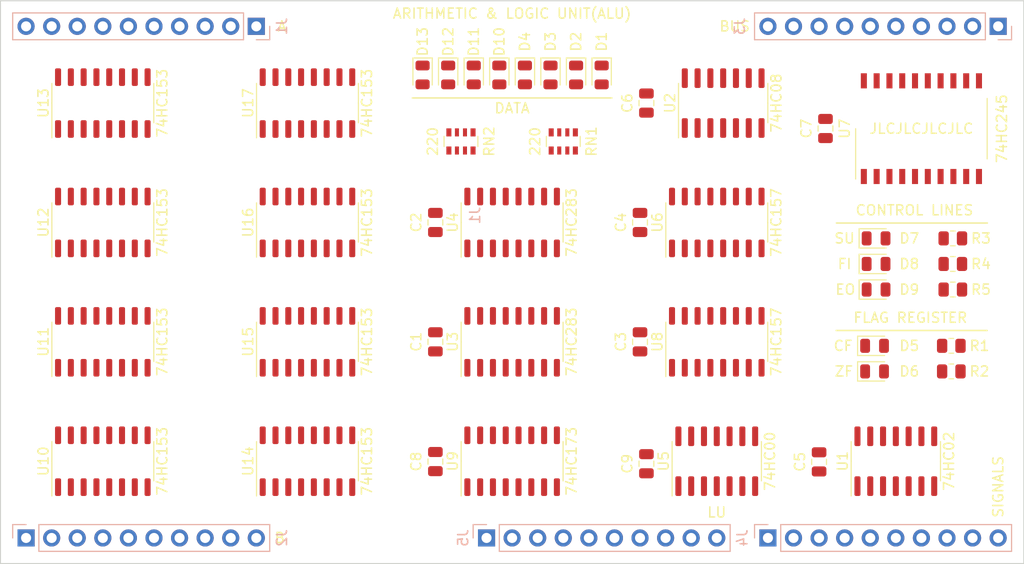
<source format=kicad_pcb>
(kicad_pcb (version 20211014) (generator pcbnew)
  (layers (0 "F.Cu" signal) (31 "B.Cu" signal) (34 "B.Paste" user) (35 "F.Paste" user) (36 "B.SilkS" user "B.Silkscreen") (37 "F.SilkS" user "F.Silkscreen") (38 "B.Mask" user) (39 "F.Mask" user) (44 "Edge.Cuts" user))
  (net 0 "")
  (net 1 "Net-(D1-Pad2)")
  (net 2 "S0")
  (net 3 "Net-(D2-Pad2)")
  (net 4 "S1")
  (net 5 "Net-(D3-Pad2)")
  (net 6 "S2")
  (net 7 "Net-(D4-Pad2)")
  (net 8 "S3")
  (net 9 "Net-(D5-Pad2)")
  (net 10 "S4")
  (net 11 "Net-(D6-Pad2)")
  (net 12 "S5")
  (net 13 "Net-(D7-Pad2)")
  (net 14 "S6")
  (net 15 "Net-(D8-Pad2)")
  (net 16 "S7")
  (net 17 "CF")
  (net 18 "ZF")
  (net 19 "~{FI}")
  (net 20 "~{EO}")
  (net 21 "SU")
  (net 22 "GND")
  (net 23 "A0")
  (net 24 "A1")
  (net 25 "A2")
  (net 26 "A3")
  (net 27 "A4")
  (net 28 "A5")
  (net 29 "A6")
  (net 30 "A7")
  (net 31 "VCC")
  (net 32 "B0")
  (net 33 "B1")
  (net 34 "B2")
  (net 35 "B3")
  (net 36 "B4")
  (net 37 "B5")
  (net 38 "B6")
  (net 39 "B7")
  (net 40 "BUS0")
  (net 41 "BUS1")
  (net 42 "BUS2")
  (net 43 "BUS3")
  (net 44 "BUS4")
  (net 45 "BUS5")
  (net 46 "BUS6")
  (net 47 "BUS7")
  (net 48 "CLR")
  (net 49 "CLK")
  (net 50 "SHR")
  (net 51 "IP0")
  (net 52 "IP1")
  (net 53 "IP2")
  (net 54 "Net-(U2-Pad3)")
  (net 55 "IP3")
  (net 56 "IG0")
  (net 57 "Net-(U2-Pad11)")
  (net 58 "IG1")
  (net 59 "IG2")
  (net 60 "IG3")
  (net 61 "Net-(U1-Pad1)")
  (net 62 "Q0")
  (net 63 "Q1")
  (net 64 "Net-(U1-Pad4)")
  (net 65 "~{CLR}")
  (net 66 "Q2")
  (net 67 "Q3")
  (net 68 "FI")
  (net 69 "EO")
  (net 71 "Q4")
  (net 72 "Q5")
  (net 73 "Net-(U1-Pad10)")
  (net 74 "Q6")
  (net 75 "Net-(D9-Pad2)")
  (net 76 "Net-(D10-Pad2)")
  (net 77 "Net-(D11-Pad2)")
  (net 78 "Net-(D12-Pad2)")
  (net 79 "Net-(D13-Pad2)")
  (net 80 "Q7")
  (net 81 "Net-(U1-Pad13)")
  (net 82 "Net-(U2-Pad10)")
  (net 83 "ZFS")
  (net 84 "CFS")
  (net 85 "~{SHR}")
  (net 86 "G5")
  (net 87 "P5")
  (net 88 "P4")
  (net 89 "G4")
  (net 90 "Net-(U3-Pad7)")
  (net 91 "G7")
  (net 92 "P7")
  (net 93 "P6")
  (net 94 "G6")
  (net 95 "G1")
  (net 96 "P1")
  (net 97 "P0")
  (net 98 "G0")
  (net 99 "G3")
  (net 100 "P3")
  (net 101 "P2")
  (net 102 "G2")
  (footprint "LED_SMD:LED_0805_2012Metric" (layer "F.Cu") (at 107.259308 43.915)
    (fp_text reference "D8" (at 3.302 0) (layer "F.SilkS"))
    (fp_text value "FI" (at -3.1265 0) (layer "F.SilkS"))
    (pad "1" smd roundrect (at -0.9375 0) (size 0.975 1.4) (layers "F.Cu" "F.Paste" "F.Mask") (net 22 "GND"))
    (pad "2" smd roundrect (at 0.9375 0) (size 0.975 1.4) (layers "F.Cu" "F.Paste" "F.Mask") (net 15 "Net-(D8-Pad2)"))
  )
  (footprint "Package_SO:SO-14_3.9x8.65mm_P1.27mm" (layer "F.Cu") (at 91.44 63.5 90)
    (fp_text reference "U5" (at 0 -5.28 90) (layer "F.SilkS"))
    (fp_text value "74HC00" (at 0 5.28 90) (layer "F.SilkS"))
    (pad "1" smd roundrect (at -2.475 -3.81 90) (size 1.95 0.6) (layers "F.Cu" "F.Paste" "F.Mask") (net 68 "FI"))
    (pad "2" smd roundrect (at -2.475 -2.54 90) (size 1.95 0.6) (layers "F.Cu" "F.Paste" "F.Mask") (net 68 "FI"))
    (pad "3" smd roundrect (at -2.475 -1.27 90) (size 1.95 0.6) (layers "F.Cu" "F.Paste" "F.Mask") (net 19 "~{FI}"))
    (pad "4" smd roundrect (at -2.475 0 90) (size 1.95 0.6) (layers "F.Cu" "F.Paste" "F.Mask") (net 65 "~{CLR}"))
    (pad "5" smd roundrect (at -2.475 1.27 90) (size 1.95 0.6) (layers "F.Cu" "F.Paste" "F.Mask") (net 65 "~{CLR}"))
    (pad "6" smd roundrect (at -2.475 2.54 90) (size 1.95 0.6) (layers "F.Cu" "F.Paste" "F.Mask") (net 48 "CLR"))
    (pad "7" smd roundrect (at -2.475 3.81 90) (size 1.95 0.6) (layers "F.Cu" "F.Paste" "F.Mask") (net 22 "GND"))
    (pad "8" smd roundrect (at 2.475 3.81 90) (size 1.95 0.6) (layers "F.Cu" "F.Paste" "F.Mask") (net 20 "~{EO}"))
    (pad "9" smd roundrect (at 2.475 2.54 90) (size 1.95 0.6) (layers "F.Cu" "F.Paste" "F.Mask") (net 69 "EO"))
    (pad "10" smd roundrect (at 2.475 1.27 90) (size 1.95 0.6) (layers "F.Cu" "F.Paste" "F.Mask") (net 69 "EO"))
    (pad "11" smd roundrect (at 2.475 0 90) (size 1.95 0.6) (layers "F.Cu" "F.Paste" "F.Mask") (net 85 "~{SHR}"))
    (pad "12" smd roundrect (at 2.475 -1.27 90) (size 1.95 0.6) (layers "F.Cu" "F.Paste" "F.Mask") (net 50 "SHR"))
    (pad "13" smd roundrect (at 2.475 -2.54 90) (size 1.95 0.6) (layers "F.Cu" "F.Paste" "F.Mask") (net 50 "SHR"))
    (pad "14" smd roundrect (at 2.475 -3.81 90) (size 1.95 0.6) (layers "F.Cu" "F.Paste" "F.Mask") (net 31 "VCC"))
  )
  (footprint "Package_SO:SO-16_3.9x9.9mm_P1.27mm" (layer "F.Cu") (at 71.12 63.5 90)
    (fp_text reference "U9" (at 0 -5.9 90) (layer "F.SilkS"))
    (fp_text value "74HC173" (at 0 5.9 90) (layer "F.SilkS"))
    (pad "1" smd roundrect (at -2.575 -4.445 90) (size 1.75 0.6) (layers "F.Cu" "F.Paste" "F.Mask") (net 22 "GND"))
    (pad "2" smd roundrect (at -2.575 -3.175 90) (size 1.75 0.6) (layers "F.Cu" "F.Paste" "F.Mask") (net 22 "GND"))
    (pad "3" smd roundrect (at -2.575 -1.905 90) (size 1.75 0.6) (layers "F.Cu" "F.Paste" "F.Mask") (net 17 "CF"))
    (pad "4" smd roundrect (at -2.575 -0.635 90) (size 1.75 0.6) (layers "F.Cu" "F.Paste" "F.Mask") (net 18 "ZF"))
    (pad "5" smd roundrect (at -2.575 0.635 90) (size 1.75 0.6) (layers "F.Cu" "F.Paste" "F.Mask"))
    (pad "6" smd roundrect (at -2.575 1.905 90) (size 1.75 0.6) (layers "F.Cu" "F.Paste" "F.Mask"))
    (pad "7" smd roundrect (at -2.575 3.175 90) (size 1.75 0.6) (layers "F.Cu" "F.Paste" "F.Mask") (net 49 "CLK"))
    (pad "8" smd roundrect (at -2.575 4.445 90) (size 1.75 0.6) (layers "F.Cu" "F.Paste" "F.Mask") (net 22 "GND"))
    (pad "9" smd roundrect (at 2.575 4.445 90) (size 1.75 0.6) (layers "F.Cu" "F.Paste" "F.Mask") (net 19 "~{FI}"))
    (pad "10" smd roundrect (at 2.575 3.175 90) (size 1.75 0.6) (layers "F.Cu" "F.Paste" "F.Mask") (net 19 "~{FI}"))
    (pad "11" smd roundrect (at 2.575 1.905 90) (size 1.75 0.6) (layers "F.Cu" "F.Paste" "F.Mask") (net 22 "GND"))
    (pad "12" smd roundrect (at 2.575 0.635 90) (size 1.75 0.6) (layers "F.Cu" "F.Paste" "F.Mask") (net 22 "GND"))
    (pad "13" smd roundrect (at 2.575 -0.635 90) (size 1.75 0.6) (layers "F.Cu" "F.Paste" "F.Mask") (net 83 "ZFS"))
    (pad "14" smd roundrect (at 2.575 -1.905 90) (size 1.75 0.6) (layers "F.Cu" "F.Paste" "F.Mask") (net 57 "Net-(U2-Pad11)"))
    (pad "15" smd roundrect (at 2.575 -3.175 90) (size 1.75 0.6) (layers "F.Cu" "F.Paste" "F.Mask") (net 48 "CLR"))
    (pad "16" smd roundrect (at 2.575 -4.445 90) (size 1.75 0.6) (layers "F.Cu" "F.Paste" "F.Mask") (net 31 "VCC"))
  )
  (footprint "Capacitor_SMD:C_0805_2012Metric" (layer "F.Cu") (at 84.455 27.94 -90)
    (fp_text reference "C6" (at 0 1.905 -270) (layer "F.SilkS"))
    (fp_text value "C")
    (pad "1" smd roundrect (at -0.95 0 270) (size 1 1.45) (layers "F.Cu" "F.Paste" "F.Mask") (net 31 "VCC"))
    (pad "2" smd roundrect (at 0.95 0 270) (size 1 1.45) (layers "F.Cu" "F.Paste" "F.Mask") (net 22 "GND"))
  )
  (footprint "Capacitor_SMD:C_0805_2012Metric" (layer "F.Cu") (at 102.235 30.465 -90)
    (fp_text reference "C7" (at 0 1.905 90) (layer "F.SilkS"))
    (fp_text value "C")
    (pad "1" smd roundrect (at -0.95 0 270) (size 1 1.45) (layers "F.Cu" "F.Paste" "F.Mask") (net 31 "VCC"))
    (pad "2" smd roundrect (at 0.95 0 270) (size 1 1.45) (layers "F.Cu" "F.Paste" "F.Mask") (net 22 "GND"))
  )
  (footprint "LED_SMD:LED_0805_2012Metric" (layer "F.Cu") (at 77.47 25.146 -90)
    (fp_text reference "D2" (at -3.302 0 90) (layer "F.SilkS"))
    (fp_text value "R1")
    (pad "1" smd roundrect (at -0.9375 0 270) (size 0.975 1.4) (layers "F.Cu" "F.Paste" "F.Mask") (net 22 "GND"))
    (pad "2" smd roundrect (at 0.9375 0 270) (size 0.975 1.4) (layers "F.Cu" "F.Paste" "F.Mask") (net 3 "Net-(D2-Pad2)"))
  )
  (footprint "Resistor_SMD:R_0805_2012Metric" (layer "F.Cu") (at 114.728808 54.583 180)
    (fp_text reference "R2" (at -2.794 0) (layer "F.SilkS"))
    (fp_text value "220")
    (pad "1" smd roundrect (at -0.9125 0 180) (size 1.025 1.4) (layers "F.Cu" "F.Paste" "F.Mask") (roundrect_rratio 0.243902439) (net 18 "ZF"))
    (pad "2" smd roundrect (at 0.9125 0 180) (size 1.025 1.4) (layers "F.Cu" "F.Paste" "F.Mask") (roundrect_rratio 0.243902439) (net 11 "Net-(D6-Pad2)"))
  )
  (footprint "Resistor_SMD:R_0805_2012Metric" (layer "F.Cu") (at 114.879308 46.455 180)
    (fp_text reference "R5" (at -2.794 0 180) (layer "F.SilkS"))
    (fp_text value "330")
    (pad "1" smd roundrect (at -0.9125 0 180) (size 1.025 1.4) (layers "F.Cu" "F.Paste" "F.Mask") (roundrect_rratio 0.243902439) (net 69 "EO"))
    (pad "2" smd roundrect (at 0.9125 0 180) (size 1.025 1.4) (layers "F.Cu" "F.Paste" "F.Mask") (roundrect_rratio 0.243902439) (net 75 "Net-(D9-Pad2)"))
  )
  (footprint "Resistor_SMD:R_Array_Convex_4x0603" (layer "F.Cu") (at 66.04 31.75 -90)
    (fp_text reference "RN2" (at 0 -2.8 90) (layer "F.SilkS"))
    (fp_text value "220" (at 0 2.8 90) (layer "F.SilkS"))
    (pad "1" smd rect (at -0.9 -1.2 270) (size 0.8 0.5) (layers "F.Cu" "F.Paste" "F.Mask") (net 76 "Net-(D10-Pad2)"))
    (pad "2" smd rect (at -0.9 -0.4 270) (size 0.8 0.4) (layers "F.Cu" "F.Paste" "F.Mask") (net 77 "Net-(D11-Pad2)"))
    (pad "3" smd rect (at -0.9 0.4 270) (size 0.8 0.4) (layers "F.Cu" "F.Paste" "F.Mask") (net 78 "Net-(D12-Pad2)"))
    (pad "4" smd rect (at -0.9 1.2 270) (size 0.8 0.5) (layers "F.Cu" "F.Paste" "F.Mask") (net 79 "Net-(D13-Pad2)"))
    (pad "5" smd rect (at 0.9 1.2 270) (size 0.8 0.5) (layers "F.Cu" "F.Paste" "F.Mask") (net 16 "S7"))
    (pad "6" smd rect (at 0.9 0.4 270) (size 0.8 0.4) (layers "F.Cu" "F.Paste" "F.Mask") (net 14 "S6"))
    (pad "7" smd rect (at 0.9 -0.4 270) (size 0.8 0.4) (layers "F.Cu" "F.Paste" "F.Mask") (net 12 "S5"))
    (pad "8" smd rect (at 0.9 -1.2 270) (size 0.8 0.5) (layers "F.Cu" "F.Paste" "F.Mask") (net 10 "S4"))
  )
  (footprint "Package_SO:SO-14_3.9x8.65mm_P1.27mm" (layer "F.Cu") (at 109.22 63.5 90)
    (fp_text reference "U1" (at 0 -5.28 90) (layer "F.SilkS"))
    (fp_text value "74HC02" (at 0 5.28 90) (layer "F.SilkS"))
    (pad "1" smd roundrect (at -2.475 -3.81 90) (size 1.95 0.6) (layers "F.Cu" "F.Paste" "F.Mask") (net 61 "Net-(U1-Pad1)"))
    (pad "2" smd roundrect (at -2.475 -2.54 90) (size 1.95 0.6) (layers "F.Cu" "F.Paste" "F.Mask") (net 62 "Q0"))
    (pad "3" smd roundrect (at -2.475 -1.27 90) (size 1.95 0.6) (layers "F.Cu" "F.Paste" "F.Mask") (net 63 "Q1"))
    (pad "4" smd roundrect (at -2.475 0 90) (size 1.95 0.6) (layers "F.Cu" "F.Paste" "F.Mask") (net 64 "Net-(U1-Pad4)"))
    (pad "5" smd roundrect (at -2.475 1.27 90) (size 1.95 0.6) (layers "F.Cu" "F.Paste" "F.Mask") (net 66 "Q2"))
    (pad "6" smd roundrect (at -2.475 2.54 90) (size 1.95 0.6) (layers "F.Cu" "F.Paste" "F.Mask") (net 67 "Q3"))
    (pad "7" smd roundrect (at -2.475 3.81 90) (size 1.95 0.6) (layers "F.Cu" "F.Paste" "F.Mask") (net 22 "GND"))
    (pad "8" smd roundrect (at 2.475 3.81 90) (size 1.95 0.6) (layers "F.Cu" "F.Paste" "F.Mask") (net 71 "Q4"))
    (pad "9" smd roundrect (at 2.475 2.54 90) (size 1.95 0.6) (layers "F.Cu" "F.Paste" "F.Mask") (net 72 "Q5"))
    (pad "10" smd roundrect (at 2.475 1.27 90) (size 1.95 0.6) (layers "F.Cu" "F.Paste" "F.Mask") (net 73 "Net-(U1-Pad10)"))
    (pad "11" smd roundrect (at 2.475 0 90) (size 1.95 0.6) (layers "F.Cu" "F.Paste" "F.Mask") (net 74 "Q6"))
    (pad "12" smd roundrect (at 2.475 -1.27 90) (size 1.95 0.6) (layers "F.Cu" "F.Paste" "F.Mask") (net 80 "Q7"))
    (pad "13" smd roundrect (at 2.475 -2.54 90) (size 1.95 0.6) (layers "F.Cu" "F.Paste" "F.Mask") (net 81 "Net-(U1-Pad13)"))
    (pad "14" smd roundrect (at 2.475 -3.81 90) (size 1.95 0.6) (layers "F.Cu" "F.Paste" "F.Mask") (net 31 "VCC"))
  )
  (footprint "Package_SO:SO-16_3.9x9.9mm_P1.27mm" (layer "F.Cu") (at 30.48 27.94 90)
    (fp_text reference "U13" (at 0 -5.9 90) (layer "F.SilkS"))
    (fp_text value "74HC153" (at 0 5.9 90) (layer "F.SilkS"))
    (pad "1" smd roundrect (at -2.575 -4.445 90) (size 1.75 0.6) (layers "F.Cu" "F.Paste" "F.Mask") (net 22 "GND"))
    (pad "2" smd roundrect (at -2.575 -3.175 90) (size 1.75 0.6) (layers "F.Cu" "F.Paste" "F.Mask") (net 37 "B5"))
    (pad "3" smd roundrect (at -2.575 -1.905 90) (size 1.75 0.6) (layers "F.Cu" "F.Paste" "F.Mask") (net 60 "IG3"))
    (pad "4" smd roundrect (at -2.575 -0.635 90) (size 1.75 0.6) (layers "F.Cu" "F.Paste" "F.Mask") (net 59 "IG2"))
    (pad "5" smd roundrect (at -2.575 0.635 90) (size 1.75 0.6) (layers "F.Cu" "F.Paste" "F.Mask") (net 58 "IG1"))
    (pad "6" smd roundrect (at -2.575 1.905 90) (size 1.75 0.6) (layers "F.Cu" "F.Paste" "F.Mask") (net 56 "IG0"))
    (pad "7" smd roundrect (at -2.575 3.175 90) (size 1.75 0.6) (layers "F.Cu" "F.Paste" "F.Mask") (net 86 "G5"))
    (pad "8" smd roundrect (at -2.575 4.445 90) (size 1.75 0.6) (layers "F.Cu" "F.Paste" "F.Mask") (net 22 "GND"))
    (pad "9" smd roundrect (at 2.575 4.445 90) (size 1.75 0.6) (layers "F.Cu" "F.Paste" "F.Mask") (net 87 "P5"))
    (pad "10" smd roundrect (at 2.575 3.175 90) (size 1.75 0.6) (layers "F.Cu" "F.Paste" "F.Mask") (net 51 "IP0"))
    (pad "11" smd roundrect (at 2.575 1.905 90) (size 1.75 0.6) (layers "F.Cu" "F.Paste" "F.Mask") (net 52 "IP1"))
    (pad "12" smd roundrect (at 2.575 0.635 90) (size 1.75 0.6) (layers "F.Cu" "F.Paste" "F.Mask") (net 53 "IP2"))
    (pad "13" smd roundrect (at 2.575 -0.635 90) (size 1.75 0.6) (layers "F.Cu" "F.Paste" "F.Mask") (net 55 "IP3"))
    (pad "14" smd roundrect (at 2.575 -1.905 90) (size 1.75 0.6) (layers "F.Cu" "F.Paste" "F.Mask") (net 28 "A5"))
    (pad "15" smd roundrect (at 2.575 -3.175 90) (size 1.75 0.6) (layers "F.Cu" "F.Paste" "F.Mask") (net 22 "GND"))
    (pad "16" smd roundrect (at 2.575 -4.445 90) (size 1.75 0.6) (layers "F.Cu" "F.Paste" "F.Mask") (net 31 "VCC"))
  )
  (footprint "Capacitor_SMD:C_0805_2012Metric" (layer "F.Cu") (at 63.5 63.535 -90)
    (fp_text reference "C8" (at 0 1.905 -270) (layer "F.SilkS"))
    (fp_text value "C")
    (pad "1" smd roundrect (at -0.95 0 270) (size 1 1.45) (layers "F.Cu" "F.Paste" "F.Mask") (net 31 "VCC"))
    (pad "2" smd roundrect (at 0.95 0 270) (size 1 1.45) (layers "F.Cu" "F.Paste" "F.Mask") (net 22 "GND"))
  )
  (footprint "Package_SO:SO-16_3.9x9.9mm_P1.27mm" (layer "F.Cu") (at 91.44 39.793333 90)
    (fp_text reference "U6" (at 0 -5.9 90) (layer "F.SilkS"))
    (fp_text value "74HC157" (at 0 5.9 90) (layer "F.SilkS"))
    (pad "1" smd roundrect (at -2.575 -4.445 90) (size 1.75 0.6) (layers "F.Cu" "F.Paste" "F.Mask") (net 85 "~{SHR}"))
    (pad "2" smd roundrect (at -2.575 -3.175 90) (size 1.75 0.6) (layers "F.Cu" "F.Paste" "F.Mask") (net 95 "G1"))
    (pad "3" smd roundrect (at -2.575 -1.905 90) (size 1.75 0.6) (layers "F.Cu" "F.Paste" "F.Mask") (net 2 "S0"))
    (pad "4" smd roundrect (at -2.575 -0.635 90) (size 1.75 0.6) (layers "F.Cu" "F.Paste" "F.Mask") (net 62 "Q0"))
    (pad "5" smd roundrect (at -2.575 0.635 90) (size 1.75 0.6) (layers "F.Cu" "F.Paste" "F.Mask") (net 102 "G2"))
    (pad "6" smd roundrect (at -2.575 1.905 90) (size 1.75 0.6) (layers "F.Cu" "F.Paste" "F.Mask") (net 4 "S1"))
    (pad "7" smd roundrect (at -2.575 3.175 90) (size 1.75 0.6) (layers "F.Cu" "F.Paste" "F.Mask") (net 63 "Q1"))
    (pad "8" smd roundrect (at -2.575 4.445 90) (size 1.75 0.6) (layers "F.Cu" "F.Paste" "F.Mask") (net 22 "GND"))
    (pad "9" smd roundrect (at 2.575 4.445 90) (size 1.75 0.6) (layers "F.Cu" "F.Paste" "F.Mask") (net 66 "Q2"))
    (pad "10" smd roundrect (at 2.575 3.175 90) (size 1.75 0.6) (layers "F.Cu" "F.Paste" "F.Mask") (net 6 "S2"))
    (pad "11" smd roundrect (at 2.575 1.905 90) (size 1.75 0.6) (layers "F.Cu" "F.Paste" "F.Mask") (net 99 "G3"))
    (pad "12" smd roundrect (at 2.575 0.635 90) (size 1.75 0.6) (layers "F.Cu" "F.Paste" "F.Mask") (net 67 "Q3"))
    (pad "13" smd roundrect (at 2.575 -0.635 90) (size 1.75 0.6) (layers "F.Cu" "F.Paste" "F.Mask") (net 8 "S3"))
    (pad "14" smd roundrect (at 2.575 -1.905 90) (size 1.75 0.6) (layers "F.Cu" "F.Paste" "F.Mask") (net 89 "G4"))
    (pad "15" smd roundrect (at 2.575 -3.175 90) (size 1.75 0.6) (layers "F.Cu" "F.Paste" "F.Mask") (net 22 "GND"))
    (pad "16" smd roundrect (at 2.575 -4.445 90) (size 1.75 0.6) (layers "F.Cu" "F.Paste" "F.Mask") (net 31 "VCC"))
  )
  (footprint "Capacitor_SMD:C_0805_2012Metric" (layer "F.Cu") (at 84.455 63.75 -90)
    (fp_text reference "C9" (at 0 1.905 -270) (layer "F.SilkS"))
    (fp_text value "C")
    (pad "1" smd roundrect (at -0.95 0 270) (size 1 1.45) (layers "F.Cu" "F.Paste" "F.Mask") (net 31 "VCC"))
    (pad "2" smd roundrect (at 0.95 0 270) (size 1 1.45) (layers "F.Cu" "F.Paste" "F.Mask") (net 22 "GND"))
  )
  (footprint "Package_SO:SO-16_3.9x9.9mm_P1.27mm" (layer "F.Cu") (at 71.12 39.793333 90)
    (fp_text reference "U4" (at 0 -5.9 90) (layer "F.SilkS"))
    (fp_text value "74HC283" (at 0 5.9 90) (layer "F.SilkS"))
    (pad "1" smd roundrect (at -2.575 -4.445 90) (size 1.75 0.6) (layers "F.Cu" "F.Paste" "F.Mask") (net 4 "S1"))
    (pad "2" smd roundrect (at -2.575 -3.175 90) (size 1.75 0.6) (layers "F.Cu" "F.Paste" "F.Mask") (net 95 "G1"))
    (pad "3" smd roundrect (at -2.575 -1.905 90) (size 1.75 0.6) (layers "F.Cu" "F.Paste" "F.Mask") (net 96 "P1"))
    (pad "4" smd roundrect (at -2.575 -0.635 90) (size 1.75 0.6) (layers "F.Cu" "F.Paste" "F.Mask") (net 2 "S0"))
    (pad "5" smd roundrect (at -2.575 0.635 90) (size 1.75 0.6) (layers "F.Cu" "F.Paste" "F.Mask") (net 97 "P0"))
    (pad "6" smd roundrect (at -2.575 1.905 90) (size 1.75 0.6) (layers "F.Cu" "F.Paste" "F.Mask") (net 98 "G0"))
    (pad "7" smd roundrect (at -2.575 3.175 90) (size 1.75 0.6) (layers "F.Cu" "F.Paste" "F.Mask") (net 21 "SU"))
    (pad "8" smd roundrect (at -2.575 4.445 90) (size 1.75 0.6) (layers "F.Cu" "F.Paste" "F.Mask") (net 22 "GND"))
    (pad "9" smd roundrect (at 2.575 4.445 90) (size 1.75 0.6) (layers "F.Cu" "F.Paste" "F.Mask") (net 90 "Net-(U3-Pad7)"))
    (pad "10" smd roundrect (at 2.575 3.175 90) (size 1.75 0.6) (layers "F.Cu" "F.Paste" "F.Mask") (net 8 "S3"))
    (pad "11" smd roundrect (at 2.575 1.905 90) (size 1.75 0.6) (layers "F.Cu" "F.Paste" "F.Mask") (net 99 "G3"))
    (pad "12" smd roundrect (at 2.575 0.635 90) (size 1.75 0.6) (layers "F.Cu" "F.Paste" "F.Mask") (net 100 "P3"))
    (pad "13" smd roundrect (at 2.575 -0.635 90) (size 1.75 0.6) (layers "F.Cu" "F.Paste" "F.Mask") (net 6 "S2"))
    (pad "14" smd roundrect (at 2.575 -1.905 90) (size 1.75 0.6) (layers "F.Cu" "F.Paste" "F.Mask") (net 101 "P2"))
    (pad "15" smd roundrect (at 2.575 -3.175 90) (size 1.75 0.6) (layers "F.Cu" "F.Paste" "F.Mask") (net 102 "G2"))
    (pad "16" smd roundrect (at 2.575 -4.445 90) (size 1.75 0.6) (layers "F.Cu" "F.Paste" "F.Mask") (net 31 "VCC"))
  )
  (footprint "LED_SMD:LED_0805_2012Metric" (layer "F.Cu") (at 64.77 25.146 -90)
    (fp_text reference "D12" (at -3.302 0 90) (layer "F.SilkS"))
    (fp_text value "R6")
    (pad "1" smd roundrect (at -0.9375 0 270) (size 0.975 1.4) (layers "F.Cu" "F.Paste" "F.Mask") (net 22 "GND"))
    (pad "2" smd roundrect (at 0.9375 0 270) (size 0.975 1.4) (layers "F.Cu" "F.Paste" "F.Mask") (net 78 "Net-(D12-Pad2)"))
  )
  (footprint "LED_SMD:LED_0805_2012Metric" (layer "F.Cu") (at 72.39 25.146 -90)
    (fp_text reference "D4" (at -3.302 0 90) (layer "F.SilkS"))
    (fp_text value "R3")
    (pad "1" smd roundrect (at -0.9375 0 270) (size 0.975 1.4) (layers "F.Cu" "F.Paste" "F.Mask") (net 22 "GND"))
    (pad "2" smd roundrect (at 0.9375 0 270) (size 0.975 1.4) (layers "F.Cu" "F.Paste" "F.Mask") (net 7 "Net-(D4-Pad2)"))
  )
  (footprint "Capacitor_SMD:C_0805_2012Metric" (layer "F.Cu") (at 83.82 39.793333 -90)
    (fp_text reference "C4" (at 0 1.905 -270) (layer "F.SilkS"))
    (fp_text value "C")
    (pad "1" smd roundrect (at -0.95 0 270) (size 1 1.45) (layers "F.Cu" "F.Paste" "F.Mask") (net 31 "VCC"))
    (pad "2" smd roundrect (at 0.95 0 270) (size 1 1.45) (layers "F.Cu" "F.Paste" "F.Mask") (net 22 "GND"))
  )
  (footprint "Package_SO:SO-16_3.9x9.9mm_P1.27mm" (layer "F.Cu") (at 30.48 39.793333 90)
    (fp_text reference "U12" (at 0 -5.9 90) (layer "F.SilkS"))
    (fp_text value "74HC153" (at 0 5.9 90) (layer "F.SilkS"))
    (pad "1" smd roundrect (at -2.575 -4.445 90) (size 1.75 0.6) (layers "F.Cu" "F.Paste" "F.Mask") (net 22 "GND"))
    (pad "2" smd roundrect (at -2.575 -3.175 90) (size 1.75 0.6) (layers "F.Cu" "F.Paste" "F.Mask") (net 33 "B1"))
    (pad "3" smd roundrect (at -2.575 -1.905 90) (size 1.75 0.6) (layers "F.Cu" "F.Paste" "F.Mask") (net 60 "IG3"))
    (pad "4" smd roundrect (at -2.575 -0.635 90) (size 1.75 0.6) (layers "F.Cu" "F.Paste" "F.Mask") (net 59 "IG2"))
    (pad "5" smd roundrect (at -2.575 0.635 90) (size 1.75 0.6) (layers "F.Cu" "F.Paste" "F.Mask") (net 58 "IG1"))
    (pad "6" smd roundrect (at -2.575 1.905 90) (size 1.75 0.6) (layers "F.Cu" "F.Paste" "F.Mask") (net 56 "IG0"))
    (pad "7" smd roundrect (at -2.575 3.175 90) (size 1.75 0.6) (layers "F.Cu" "F.Paste" "F.Mask") (net 95 "G1"))
    (pad "8" smd roundrect (at -2.575 4.445 90) (size 1.75 0.6) (layers "F.Cu" "F.Paste" "F.Mask") (net 22 "GND"))
    (pad "9" smd roundrect (at 2.575 4.445 90) (size 1.75 0.6) (layers "F.Cu" "F.Paste" "F.Mask") (net 96 "P1"))
    (pad "10" smd roundrect (at 2.575 3.175 90) (size 1.75 0.6) (layers "F.Cu" "F.Paste" "F.Mask") (net 51 "IP0"))
    (pad "11" smd roundrect (at 2.575 1.905 90) (size 1.75 0.6) (layers "F.Cu" "F.Paste" "F.Mask") (net 52 "IP1"))
    (pad "12" smd roundrect (at 2.575 0.635 90) (size 1.75 0.6) (layers "F.Cu" "F.Paste" "F.Mask") (net 53 "IP2"))
    (pad "13" smd roundrect (at 2.575 -0.635 90) (size 1.75 0.6) (layers "F.Cu" "F.Paste" "F.Mask") (net 55 "IP3"))
    (pad "14" smd roundrect (at 2.575 -1.905 90) (size 1.75 0.6) (layers "F.Cu" "F.Paste" "F.Mask") (net 24 "A1"))
    (pad "15" smd roundrect (at 2.575 -3.175 90) (size 1.75 0.6) (layers "F.Cu" "F.Paste" "F.Mask") (net 22 "GND"))
    (pad "16" smd roundrect (at 2.575 -4.445 90) (size 1.75 0.6) (layers "F.Cu" "F.Paste" "F.Mask") (net 31 "VCC"))
  )
  (footprint "Package_SO:SO-16_3.9x9.9mm_P1.27mm" (layer "F.Cu") (at 50.8 27.94 90)
    (fp_text reference "U17" (at 0 -5.9 90) (layer "F.SilkS"))
    (fp_text value "74HC153" (at 0 5.9 90) (layer "F.SilkS"))
    (pad "1" smd roundrect (at -2.575 -4.445 90) (size 1.75 0.6) (layers "F.Cu" "F.Paste" "F.Mask") (net 22 "GND"))
    (pad "2" smd roundrect (at -2.575 -3.175 90) (size 1.75 0.6) (layers "F.Cu" "F.Paste" "F.Mask") (net 39 "B7"))
    (pad "3" smd roundrect (at -2.575 -1.905 90) (size 1.75 0.6) (layers "F.Cu" "F.Paste" "F.Mask") (net 60 "IG3"))
    (pad "4" smd roundrect (at -2.575 -0.635 90) (size 1.75 0.6) (layers "F.Cu" "F.Paste" "F.Mask") (net 59 "IG2"))
    (pad "5" smd roundrect (at -2.575 0.635 90) (size 1.75 0.6) (layers "F.Cu" "F.Paste" "F.Mask") (net 58 "IG1"))
    (pad "6" smd roundrect (at -2.575 1.905 90) (size 1.75 0.6) (layers "F.Cu" "F.Paste" "F.Mask") (net 56 "IG0"))
    (pad "7" smd roundrect (at -2.575 3.175 90) (size 1.75 0.6) (layers "F.Cu" "F.Paste" "F.Mask") (net 91 "G7"))
    (pad "8" smd roundrect (at -2.575 4.445 90) (size 1.75 0.6) (layers "F.Cu" "F.Paste" "F.Mask") (net 22 "GND"))
    (pad "9" smd roundrect (at 2.575 4.445 90) (size 1.75 0.6) (layers "F.Cu" "F.Paste" "F.Mask") (net 92 "P7"))
    (pad "10" smd roundrect (at 2.575 3.175 90) (size 1.75 0.6) (layers "F.Cu" "F.Paste" "F.Mask") (net 51 "IP0"))
    (pad "11" smd roundrect (at 2.575 1.905 90) (size 1.75 0.6) (layers "F.Cu" "F.Paste" "F.Mask") (net 52 "IP1"))
    (pad "12" smd roundrect (at 2.575 0.635 90) (size 1.75 0.6) (layers "F.Cu" "F.Paste" "F.Mask") (net 53 "IP2"))
    (pad "13" smd roundrect (at 2.575 -0.635 90) (size 1.75 0.6) (layers "F.Cu" "F.Paste" "F.Mask") (net 55 "IP3"))
    (pad "14" smd roundrect (at 2.575 -1.905 90) (size 1.75 0.6) (layers "F.Cu" "F.Paste" "F.Mask") (net 30 "A7"))
    (pad "15" smd roundrect (at 2.575 -3.175 90) (size 1.75 0.6) (layers "F.Cu" "F.Paste" "F.Mask") (net 22 "GND"))
    (pad "16" smd roundrect (at 2.575 -4.445 90) (size 1.75 0.6) (layers "F.Cu" "F.Paste" "F.Mask") (net 31 "VCC"))
  )
  (footprint "Resistor_SMD:R_0805_2012Metric" (layer "F.Cu") (at 114.728808 52.043 180)
    (fp_text reference "R1" (at -2.794 0) (layer "F.SilkS"))
    (fp_text value "220")
    (pad "1" smd roundrect (at -0.9125 0 180) (size 1.025 1.4) (layers "F.Cu" "F.Paste" "F.Mask") (roundrect_rratio 0.243902439) (net 17 "CF"))
    (pad "2" smd roundrect (at 0.9125 0 180) (size 1.025 1.4) (layers "F.Cu" "F.Paste" "F.Mask") (roundrect_rratio 0.243902439) (net 9 "Net-(D5-Pad2)"))
  )
  (footprint "LED_SMD:LED_0805_2012Metric" (layer "F.Cu") (at 107.259308 41.375)
    (fp_text reference "D7" (at 3.302 0 180) (layer "F.SilkS"))
    (fp_text value "SU" (at -3.1265 0) (layer "F.SilkS"))
    (pad "1" smd roundrect (at -0.9375 0) (size 0.975 1.4) (layers "F.Cu" "F.Paste" "F.Mask") (net 22 "GND"))
    (pad "2" smd roundrect (at 0.9375 0) (size 0.975 1.4) (layers "F.Cu" "F.Paste" "F.Mask") (net 13 "Net-(D7-Pad2)"))
  )
  (footprint "Package_SO:SO-16_3.9x9.9mm_P1.27mm" (layer "F.Cu") (at 30.48 51.646666 90)
    (fp_text reference "U11" (at 0 -5.9 90) (layer "F.SilkS"))
    (fp_text value "74HC153" (at 0 5.9 90) (layer "F.SilkS"))
    (pad "1" smd roundrect (at -2.575 -4.445 90) (size 1.75 0.6) (layers "F.Cu" "F.Paste" "F.Mask") (net 22 "GND"))
    (pad "2" smd roundrect (at -2.575 -3.175 90) (size 1.75 0.6) (layers "F.Cu" "F.Paste" "F.Mask") (net 36 "B4"))
    (pad "3" smd roundrect (at -2.575 -1.905 90) (size 1.75 0.6) (layers "F.Cu" "F.Paste" "F.Mask") (net 60 "IG3"))
    (pad "4" smd roundrect (at -2.575 -0.635 90) (size 1.75 0.6) (layers "F.Cu" "F.Paste" "F.Mask") (net 59 "IG2"))
    (pad "5" smd roundrect (at -2.575 0.635 90) (size 1.75 0.6) (layers "F.Cu" "F.Paste" "F.Mask") (net 58 "IG1"))
    (pad "6" smd roundrect (at -2.575 1.905 90) (size 1.75 0.6) (layers "F.Cu" "F.Paste" "F.Mask") (net 56 "IG0"))
    (pad "7" smd roundrect (at -2.575 3.175 90) (size 1.75 0.6) (layers "F.Cu" "F.Paste" "F.Mask") (net 89 "G4"))
    (pad "8" smd roundrect (at -2.575 4.445 90) (size 1.75 0.6) (layers "F.Cu" "F.Paste" "F.Mask") (net 22 "GND"))
    (pad "9" smd roundrect (at 2.575 4.445 90) (size 1.75 0.6) (layers "F.Cu" "F.Paste" "F.Mask") (net 88 "P4"))
    (pad "10" smd roundrect (at 2.575 3.175 90) (size 1.75 0.6) (layers "F.Cu" "F.Paste" "F.Mask") (net 51 "IP0"))
    (pad "11" smd roundrect (at 2.575 1.905 90) (size 1.75 0.6) (layers "F.Cu" "F.Paste" "F.Mask") (net 52 "IP1"))
    (pad "12" smd roundrect (at 2.575 0.635 90) (size 1.75 0.6) (layers "F.Cu" "F.Paste" "F.Mask") (net 53 "IP2"))
    (pad "13" smd roundrect (at 2.575 -0.635 90) (size 1.75 0.6) (layers "F.Cu" "F.Paste" "F.Mask") (net 55 "IP3"))
    (pad "14" smd roundrect (at 2.575 -1.905 90) (size 1.75 0.6) (layers "F.Cu" "F.Paste" "F.Mask") (net 27 "A4"))
    (pad "15" smd roundrect (at 2.575 -3.175 90) (size 1.75 0.6) (layers "F.Cu" "F.Paste" "F.Mask") (net 22 "GND"))
    (pad "16" smd roundrect (at 2.575 -4.445 90) (size 1.75 0.6) (layers "F.Cu" "F.Paste" "F.Mask") (net 31 "VCC"))
  )
  (footprint "Package_SO:SO-14_3.9x8.65mm_P1.27mm" (layer "F.Cu") (at 92.075 27.94 90)
    (fp_text reference "U2" (at 0 -5.28 90) (layer "F.SilkS"))
    (fp_text value "74HC08" (at 0 5.28 90) (layer "F.SilkS"))
    (pad "1" smd roundrect (at -2.475 -3.81 90) (size 1.95 0.6) (layers "F.Cu" "F.Paste" "F.Mask") (net 61 "Net-(U1-Pad1)"))
    (pad "2" smd roundrect (at -2.475 -2.54 90) (size 1.95 0.6) (layers "F.Cu" "F.Paste" "F.Mask") (net 64 "Net-(U1-Pad4)"))
    (pad "3" smd roundrect (at -2.475 -1.27 90) (size 1.95 0.6) (layers "F.Cu" "F.Paste" "F.Mask") (net 54 "Net-(U2-Pad3)"))
    (pad "4" smd roundrect (at -2.475 0 90) (size 1.95 0.6) (layers "F.Cu" "F.Paste" "F.Mask") (net 73 "Net-(U1-Pad10)"))
    (pad "5" smd roundrect (at -2.475 1.27 90) (size 1.95 0.6) (layers "F.Cu" "F.Paste" "F.Mask") (net 81 "Net-(U1-Pad13)"))
    (pad "6" smd roundrect (at -2.475 2.54 90) (size 1.95 0.6) (layers "F.Cu" "F.Paste" "F.Mask") (net 82 "Net-(U2-Pad10)"))
    (pad "7" smd roundrect (at -2.475 3.81 90) (size 1.95 0.6) (layers "F.Cu" "F.Paste" "F.Mask") (net 22 "GND"))
    (pad "8" smd roundrect (at 2.475 3.81 90) (size 1.95 0.6) (layers "F.Cu" "F.Paste" "F.Mask") (net 83 "ZFS"))
    (pad "9" smd roundrect (at 2.475 2.54 90) (size 1.95 0.6) (layers "F.Cu" "F.Paste" "F.Mask") (net 54 "Net-(U2-Pad3)"))
    (pad "10" smd roundrect (at 2.475 1.27 90) (size 1.95 0.6) (layers "F.Cu" "F.Paste" "F.Mask") (net 82 "Net-(U2-Pad10)"))
    (pad "11" smd roundrect (at 2.475 0 90) (size 1.95 0.6) (layers "F.Cu" "F.Paste" "F.Mask") (net 57 "Net-(U2-Pad11)"))
    (pad "12" smd roundrect (at 2.475 -1.27 90) (size 1.95 0.6) (layers "F.Cu" "F.Paste" "F.Mask") (net 84 "CFS"))
    (pad "13" smd roundrect (at 2.475 -2.54 90) (size 1.95 0.6) (layers "F.Cu" "F.Paste" "F.Mask") (net 85 "~{SHR}"))
    (pad "14" smd roundrect (at 2.475 -3.81 90) (size 1.95 0.6) (layers "F.Cu" "F.Paste" "F.Mask") (net 31 "VCC"))
  )
  (footprint "Capacitor_SMD:C_0805_2012Metric" (layer "F.Cu") (at 83.82 51.646666 -90)
    (fp_text reference "C3" (at 0 1.905 -270) (layer "F.SilkS"))
    (fp_text value "C")
    (pad "1" smd roundrect (at -0.95 0 270) (size 1 1.45) (layers "F.Cu" "F.Paste" "F.Mask") (net 31 "VCC"))
    (pad "2" smd roundrect (at 0.95 0 270) (size 1 1.45) (layers "F.Cu" "F.Paste" "F.Mask") (net 22 "GND"))
  )
  (footprint "LED_SMD:LED_0805_2012Metric" (layer "F.Cu") (at 74.93 25.146 -90)
    (fp_text reference "D3" (at -3.302 0 90) (layer "F.SilkS"))
    (fp_text value "R2")
    (pad "1" smd roundrect (at -0.9375 0 270) (size 0.975 1.4) (layers "F.Cu" "F.Paste" "F.Mask") (net 22 "GND"))
    (pad "2" smd roundrect (at 0.9375 0 270) (size 0.975 1.4) (layers "F.Cu" "F.Paste" "F.Mask") (net 5 "Net-(D3-Pad2)"))
  )
  (footprint "Package_SO:SO-16_3.9x9.9mm_P1.27mm" (layer "F.Cu") (at 30.48 63.5 90)
    (fp_text reference "U10" (at 0 -5.9 90) (layer "F.SilkS"))
    (fp_text value "74HC153" (at 0 5.9 90) (layer "F.SilkS"))
    (pad "1" smd roundrect (at -2.575 -4.445 90) (size 1.75 0.6) (layers "F.Cu" "F.Paste" "F.Mask") (net 22 "GND"))
    (pad "2" smd roundrect (at -2.575 -3.175 90) (size 1.75 0.6) (layers "F.Cu" "F.Paste" "F.Mask") (net 32 "B0"))
    (pad "3" smd roundrect (at -2.575 -1.905 90) (size 1.75 0.6) (layers "F.Cu" "F.Paste" "F.Mask") (net 60 "IG3"))
    (pad "4" smd roundrect (at -2.575 -0.635 90) (size 1.75 0.6) (layers "F.Cu" "F.Paste" "F.Mask") (net 59 "IG2"))
    (pad "5" smd roundrect (at -2.575 0.635 90) (size 1.75 0.6) (layers "F.Cu" "F.Paste" "F.Mask") (net 58 "IG1"))
    (pad "6" smd roundrect (at -2.575 1.905 90) (size 1.75 0.6) (layers "F.Cu" "F.Paste" "F.Mask") (net 56 "IG0"))
    (pad "7" smd roundrect (at -2.575 3.175 90) (size 1.75 0.6) (layers "F.Cu" "F.Paste" "F.Mask") (net 98 "G0"))
    (pad "8" smd roundrect (at -2.575 4.445 90) (size 1.75 0.6) (layers "F.Cu" "F.Paste" "F.Mask") (net 22 "GND"))
    (pad "9" smd roundrect (at 2.575 4.445 90) (size 1.75 0.6) (layers "F.Cu" "F.Paste" "F.Mask") (net 97 "P0"))
    (pad "10" smd roundrect (at 2.575 3.175 90) (size 1.75 0.6) (layers "F.Cu" "F.Paste" "F.Mask") (net 51 "IP0"))
    (pad "11" smd roundrect (at 2.575 1.905 90) (size 1.75 0.6) (layers "F.Cu" "F.Paste" "F.Mask") (net 52 "IP1"))
    (pad "12" smd roundrect (at 2.575 0.635 90) (size 1.75 0.6) (layers "F.Cu" "F.Paste" "F.Mask") (net 53 "IP2"))
    (pad "13" smd roundrect (at 2.575 -0.635 90) (size 1.75 0.6) (layers "F.Cu" "F.Paste" "F.Mask") (net 55 "IP3"))
    (pad "14" smd roundrect (at 2.575 -1.905 90) (size 1.75 0.6) (layers "F.Cu" "F.Paste" "F.Mask") (net 23 "A0"))
    (pad "15" smd roundrect (at 2.575 -3.175 90) (size 1.75 0.6) (layers "F.Cu" "F.Paste" "F.Mask") (net 22 "GND"))
    (pad "16" smd roundrect (at 2.575 -4.445 90) (size 1.75 0.6) (layers "F.Cu" "F.Paste" "F.Mask") (net 31 "VCC"))
  )
  (footprint "LED_SMD:LED_0805_2012Metric" (layer "F.Cu") (at 67.31 25.146 -90)
    (fp_text reference "D11" (at -3.302 0 90) (layer "F.SilkS"))
    (fp_text value "R5")
    (pad "1" smd roundrect (at -0.9375 0 270) (size 0.975 1.4) (layers "F.Cu" "F.Paste" "F.Mask") (net 22 "GND"))
    (pad "2" smd roundrect (at 0.9375 0 270) (size 0.975 1.4) (layers "F.Cu" "F.Paste" "F.Mask") (net 77 "Net-(D11-Pad2)"))
  )
  (footprint "Resistor_SMD:R_Array_Convex_4x0603" (layer "F.Cu") (at 76.2 31.75 -90)
    (fp_text reference "RN1" (at 0 -2.8 90) (layer "F.SilkS"))
    (fp_text value "220" (at 0 2.8 90) (layer "F.SilkS"))
    (pad "1" smd rect (at -0.9 -1.2 270) (size 0.8 0.5) (layers "F.Cu" "F.Paste" "F.Mask") (net 1 "Net-(D1-Pad2)"))
    (pad "2" smd rect (at -0.9 -0.4 270) (size 0.8 0.4) (layers "F.Cu" "F.Paste" "F.Mask") (net 3 "Net-(D2-Pad2)"))
    (pad "3" smd rect (at -0.9 0.4 270) (size 0.8 0.4) (layers "F.Cu" "F.Paste" "F.Mask") (net 5 "Net-(D3-Pad2)"))
    (pad "4" smd rect (at -0.9 1.2 270) (size 0.8 0.5) (layers "F.Cu" "F.Paste" "F.Mask") (net 7 "Net-(D4-Pad2)"))
    (pad "5" smd rect (at 0.9 1.2 270) (size 0.8 0.5) (layers "F.Cu" "F.Paste" "F.Mask") (net 8 "S3"))
    (pad "6" smd rect (at 0.9 0.4 270) (size 0.8 0.4) (layers "F.Cu" "F.Paste" "F.Mask") (net 6 "S2"))
    (pad "7" smd rect (at 0.9 -0.4 270) (size 0.8 0.4) (layers "F.Cu" "F.Paste" "F.Mask") (net 4 "S1"))
    (pad "8" smd rect (at 0.9 -1.2 270) (size 0.8 0.5) (layers "F.Cu" "F.Paste" "F.Mask") (net 2 "S0"))
  )
  (footprint "Package_SO:SO-16_3.9x9.9mm_P1.27mm" (layer "F.Cu") (at 50.8 39.793333 90)
    (fp_text reference "U16" (at 0 -5.9 90) (layer "F.SilkS"))
    (fp_text value "74HC153" (at 0 5.9 90) (layer "F.SilkS"))
    (pad "1" smd roundrect (at -2.575 -4.445 90) (size 1.75 0.6) (layers "F.Cu" "F.Paste" "F.Mask") (net 22 "GND"))
    (pad "2" smd roundrect (at -2.575 -3.175 90) (size 1.75 0.6) (layers "F.Cu" "F.Paste" "F.Mask") (net 35 "B3"))
    (pad "3" smd roundrect (at -2.575 -1.905 90) (size 1.75 0.6) (layers "F.Cu" "F.Paste" "F.Mask") (net 60 "IG3"))
    (pad "4" smd roundrect (at -2.575 -0.635 90) (size 1.75 0.6) (layers "F.Cu" "F.Paste" "F.Mask") (net 59 "IG2"))
    (pad "5" smd roundrect (at -2.575 0.635 90) (size 1.75 0.6) (layers "F.Cu" "F.Paste" "F.Mask") (net 58 "IG1"))
    (pad "6" smd roundrect (at -2.575 1.905 90) (size 1.75 0.6) (layers "F.Cu" "F.Paste" "F.Mask") (net 56 "IG0"))
    (pad "7" smd roundrect (at -2.575 3.175 90) (size 1.75 0.6) (layers "F.Cu" "F.Paste" "F.Mask") (net 99 "G3"))
    (pad "8" smd roundrect (at -2.575 4.445 90) (size 1.75 0.6) (layers "F.Cu" "F.Paste" "F.Mask") (net 22 "GND"))
    (pad "9" smd roundrect (at 2.575 4.445 90) (size 1.75 0.6) (layers "F.Cu" "F.Paste" "F.Mask") (net 100 "P3"))
    (pad "10" smd roundrect (at 2.575 3.175 90) (size 1.75 0.6) (layers "F.Cu" "F.Paste" "F.Mask") (net 51 "IP0"))
    (pad "11" smd roundrect (at 2.575 1.905 90) (size 1.75 0.6) (layers "F.Cu" "F.Paste" "F.Mask") (net 52 "IP1"))
    (pad "12" smd roundrect (at 2.575 0.635 90) (size 1.75 0.6) (layers "F.Cu" "F.Paste" "F.Mask") (net 53 "IP2"))
    (pad "13" smd roundrect (at 2.575 -0.635 90) (size 1.75 0.6) (layers "F.Cu" "F.Paste" "F.Mask") (net 55 "IP3"))
    (pad "14" smd roundrect (at 2.575 -1.905 90) (size 1.75 0.6) (layers "F.Cu" "F.Paste" "F.Mask") (net 26 "A3"))
    (pad "15" smd roundrect (at 2.575 -3.175 90) (size 1.75 0.6) (layers "F.Cu" "F.Paste" "F.Mask") (net 22 "GND"))
    (pad "16" smd roundrect (at 2.575 -4.445 90) (size 1.75 0.6) (layers "F.Cu" "F.Paste" "F.Mask") (net 31 "VCC"))
  )
  (footprint "Package_SO:SO-20_12.8x7.5mm_P1.27mm" (layer "F.Cu") (at 111.76 30.48 90)
    (fp_text reference "U7" (at 0 -7.62 90) (layer "F.SilkS"))
    (fp_text value "74HC245" (at 0 7.99 90) (layer "F.SilkS"))
    (pad "1" smd rect (at -4.75 -5.715 90) (size 1.5 0.6) (layers "F.Cu" "F.Paste" "F.Mask") (net 31 "VCC"))
    (pad "2" smd rect (at -4.75 -4.445 90) (size 1.5 0.6) (layers "F.Cu" "F.Paste" "F.Mask") (net 80 "Q7"))
    (pad "3" smd rect (at -4.75 -3.175 90) (size 1.5 0.6) (layers "F.Cu" "F.Paste" "F.Mask") (net 74 "Q6"))
    (pad "4" smd rect (at -4.75 -1.905 90) (size 1.5 0.6) (layers "F.Cu" "F.Paste" "F.Mask") (net 72 "Q5"))
    (pad "5" smd rect (at -4.75 -0.635 90) (size 1.5 0.6) (layers "F.Cu" "F.Paste" "F.Mask") (net 71 "Q4"))
    (pad "6" smd rect (at -4.75 0.635 90) (size 1.5 0.6) (layers "F.Cu" "F.Paste" "F.Mask") (net 67 "Q3"))
    (pad "7" smd rect (at -4.75 1.905 90) (size 1.5 0.6) (layers "F.Cu" "F.Paste" "F.Mask") (net 66 "Q2"))
    (pad "8" smd rect (at -4.75 3.175 90) (size 1.5 0.6) (layers "F.Cu" "F.Paste" "F.Mask") (net 63 "Q1"))
    (pad "9" smd rect (at -4.75 4.445 90) (size 1.5 0.6) (layers "F.Cu" "F.Paste" "F.Mask") (net 62 "Q0"))
    (pad "10" smd rect (at -4.75 5.715 90) (size 1.5 0.6) (layers "F.Cu" "F.Paste" "F.Mask") (net 22 "GND"))
    (pad "11" smd rect (at 4.75 5.715 90) (size 1.5 0.6) (layers "F.Cu" "F.Paste" "F.Mask") (net 40 "BUS0"))
    (pad "12" smd rect (at 4.75 4.445 90) (size 1.5 0.6) (layers "F.Cu" "F.Paste" "F.Mask") (net 41 "BUS1"))
    (pad "13" smd rect (at 4.75 3.175 90) (size 1.5 0.6) (layers "F.Cu" "F.Paste" "F.Mask") (net 42 "BUS2"))
    (pad "14" smd rect (at 4.75 1.905 90) (size 1.5 0.6) (layers "F.Cu" "F.Paste" "F.Mask") (net 43 "BUS3"))
    (pad "15" smd rect (at 4.75 0.635 90) (size 1.5 0.6) (layers "F.Cu" "F.Paste" "F.Mask") (net 44 "BUS4"))
    (pad "16" smd rect (at 4.75 -0.635 90) (size 1.5 0.6) (layers "F.Cu" "F.Paste" "F.Mask") (net 45 "BUS5"))
    (pad "17" smd rect (at 4.75 -1.905 90) (size 1.5 0.6) (layers "F.Cu" "F.Paste" "F.Mask") (net 46 "BUS6"))
    (pad "18" smd rect (at 4.75 -3.175 90) (size 1.5 0.6) (layers "F.Cu" "F.Paste" "F.Mask") (net 47 "BUS7"))
    (pad "19" smd rect (at 4.75 -4.445 90) (size 1.5 0.6) (layers "F.Cu" "F.Paste" "F.Mask") (net 20 "~{EO}"))
    (pad "20" smd rect (at 4.75 -5.715 90) (size 1.5 0.6) (layers "F.Cu" "F.Paste" "F.Mask") (net 31 "VCC"))
  )
  (footprint "LED_SMD:LED_0805_2012Metric" (layer "F.Cu") (at 69.85 25.146 -90)
    (fp_text reference "D10" (at -3.302 0 90) (layer "F.SilkS"))
    (fp_text value "R4")
    (pad "1" smd roundrect (at -0.9375 0 270) (size 0.975 1.4) (layers "F.Cu" "F.Paste" "F.Mask") (net 22 "GND"))
    (pad "2" smd roundrect (at 0.9375 0 270) (size 0.975 1.4) (layers "F.Cu" "F.Paste" "F.Mask") (net 76 "Net-(D10-Pad2)"))
  )
  (footprint "LED_SMD:LED_0805_2012Metric" (layer "F.Cu") (at 107.259308 46.455)
    (fp_text reference "D9" (at 3.302 0) (layer "F.SilkS"))
    (fp_text value "EO" (at -3.048 0) (layer "F.SilkS"))
    (pad "1" smd roundrect (at -0.9375 0) (size 0.975 1.4) (layers "F.Cu" "F.Paste" "F.Mask") (net 22 "GND"))
    (pad "2" smd roundrect (at 0.9375 0) (size 0.975 1.4) (layers "F.Cu" "F.Paste" "F.Mask") (net 75 "Net-(D9-Pad2)"))
  )
  (footprint "Resistor_SMD:R_0805_2012Metric" (layer "F.Cu") (at 114.879308 43.915 180)
    (fp_text reference "R4" (at -2.794 0) (layer "F.SilkS"))
    (fp_text value "330")
    (pad "1" smd roundrect (at -0.9125 0 180) (size 1.025 1.4) (layers "F.Cu" "F.Paste" "F.Mask") (roundrect_rratio 0.243902439) (net 68 "FI"))
    (pad "2" smd roundrect (at 0.9125 0 180) (size 1.025 1.4) (layers "F.Cu" "F.Paste" "F.Mask") (roundrect_rratio 0.243902439) (net 15 "Net-(D8-Pad2)"))
  )
  (footprint "Package_SO:SO-16_3.9x9.9mm_P1.27mm" (layer "F.Cu") (at 71.12 51.646666 90)
    (fp_text reference "U3" (at 0 -5.9 90) (layer "F.SilkS"))
    (fp_text value "74HC283" (at 0 5.9 90) (layer "F.SilkS"))
    (pad "1" smd roundrect (at -2.575 -4.445 90) (size 1.75 0.6) (layers "F.Cu" "F.Paste" "F.Mask") (net 12 "S5"))
    (pad "2" smd roundrect (at -2.575 -3.175 90) (size 1.75 0.6) (layers "F.Cu" "F.Paste" "F.Mask") (net 86 "G5"))
    (pad "3" smd roundrect (at -2.575 -1.905 90) (size 1.75 0.6) (layers "F.Cu" "F.Paste" "F.Mask") (net 87 "P5"))
    (pad "4" smd roundrect (at -2.575 -0.635 90) (size 1.75 0.6) (layers "F.Cu" "F.Paste" "F.Mask") (net 10 "S4"))
    (pad "5" smd roundrect (at -2.575 0.635 90) (size 1.75 0.6) (layers "F.Cu" "F.Paste" "F.Mask") (net 88 "P4"))
    (pad "6" smd roundrect (at -2.575 1.905 90) (size 1.75 0.6) (layers "F.Cu" "F.Paste" "F.Mask") (net 89 "G4"))
    (pad "7" smd roundrect (at -2.575 3.175 90) (size 1.75 0.6) (layers "F.Cu" "F.Paste" "F.Mask") (net 90 "Net-(U3-Pad7)"))
    (pad "8" smd roundrect (at -2.575 4.445 90) (size 1.75 0.6) (layers "F.Cu" "F.Paste" "F.Mask") (net 22 "GND"))
    (pad "9" smd roundrect (at 2.575 4.445 90) (size 1.75 0.6) (layers "F.Cu" "F.Paste" "F.Mask") (net 84 "CFS"))
    (pad "10" smd roundrect (at 2.575 3.175 90) (size 1.75 0.6) (layers "F.Cu" "F.Paste" "F.Mask") (net 16 "S7"))
    (pad "11" smd roundrect (at 2.575 1.905 90) (size 1.75 0.6) (layers "F.Cu" "F.Paste" "F.Mask") (net 91 "G7"))
    (pad "12" smd roundrect (at 2.575 0.635 90) (size 1.75 0.6) (layers "F.Cu" "F.Paste" "F.Mask") (net 92 "P7"))
    (pad "13" smd roundrect (at 2.575 -0.635 90) (size 1.75 0.6) (layers "F.Cu" "F.Paste" "F.Mask") (net 14 "S6"))
    (pad "14" smd roundrect (at 2.575 -1.905 90) (size 1.75 0.6) (layers "F.Cu" "F.Paste" "F.Mask") (net 93 "P6"))
    (pad "15" smd roundrect (at 2.575 -3.175 90) (size 1.75 0.6) (layers "F.Cu" "F.Paste" "F.Mask") (net 94 "G6"))
    (pad "16" smd roundrect (at 2.575 -4.445 90) (size 1.75 0.6) (layers "F.Cu" "F.Paste" "F.Mask") (net 31 "VCC"))
  )
  (footprint "LED_SMD:LED_0805_2012Metric" (layer "F.Cu") (at 80.01 25.146 -90)
    (fp_text reference "D1" (at -3.302 0 90) (layer "F.SilkS"))
    (fp_text value "R0")
    (pad "1" smd roundrect (at -0.9375 0 270) (size 0.975 1.4) (layers "F.Cu" "F.Paste" "F.Mask") (net 22 "GND"))
    (pad "2" smd roundrect (at 0.9375 0 270) (size 0.975 1.4) (layers "F.Cu" "F.Paste" "F.Mask") (net 1 "Net-(D1-Pad2)"))
  )
  (footprint "Capacitor_SMD:C_0805_2012Metric" (layer "F.Cu") (at 101.6 63.565 -90)
    (fp_text reference "C5" (at 0 1.905 -270) (layer "F.SilkS"))
    (fp_text value "C")
    (pad "1" smd roundrect (at -0.95 0 270) (size 1 1.45) (layers "F.Cu" "F.Paste" "F.Mask") (net 31 "VCC"))
    (pad "2" smd roundrect (at 0.95 0 270) (size 1 1.45) (layers "F.Cu" "F.Paste" "F.Mask") (net 22 "GND"))
  )
  (footprint "Package_SO:SO-16_3.9x9.9mm_P1.27mm" (layer "F.Cu") (at 91.44 51.646666 90)
    (fp_text reference "U8" (at 0 -5.9 90) (layer "F.SilkS"))
    (fp_text value "74HC157" (at 0 5.9 90) (layer "F.SilkS"))
    (pad "1" smd roundrect (at -2.575 -4.445 90) (size 1.75 0.6) (layers "F.Cu" "F.Paste" "F.Mask") (net 85 "~{SHR}"))
    (pad "2" smd roundrect (at -2.575 -3.175 90) (size 1.75 0.6) (layers "F.Cu" "F.Paste" "F.Mask") (net 86 "G5"))
    (pad "3" smd roundrect (at -2.575 -1.905 90) (size 1.75 0.6) (layers "F.Cu" "F.Paste" "F.Mask") (net 10 "S4"))
    (pad "4" smd roundrect (at -2.575 -0.635 90) (size 1.75 0.6) (layers "F.Cu" "F.Paste" "F.Mask") (net 71 "Q4"))
    (pad "5" smd roundrect (at -2.575 0.635 90) (size 1.75 0.6) (layers "F.Cu" "F.Paste" "F.Mask") (net 94 "G6"))
    (pad "6" smd roundrect (at -2.575 1.905 90) (size 1.75 0.6) (layers "F.Cu" "F.Paste" "F.Mask") (net 12 "S5"))
    (pad "7" smd roundrect (at -2.575 3.175 90) (size 1.75 0.6) (layers "F.Cu" "F.Paste" "F.Mask") (net 72 "Q5"))
    (pad "8" smd roundrect (at -2.575 4.445 90) (size 1.75 0.6) (layers "F.Cu" "F.Paste" "F.Mask") (net 22 "GND"))
    (pad "9" smd roundrect (at 2.575 4.445 90) (size 1.75 0.6) (layers "F.Cu" "F.Paste" "F.Mask") (net 74 "Q6"))
    (pad "10" smd roundrect (at 2.575 3.175 90) (size 1.75 0.6) (layers "F.Cu" "F.Paste" "F.Mask") (net 14 "S6"))
    (pad "11" smd roundrect (at 2.575 1.905 90) (size 1.75 0.6) (layers "F.Cu" "F.Paste" "F.Mask") (net 91 "G7"))
    (pad "12" smd roundrect (at 2.575 0.635 90) (size 1.75 0.6) (layers "F.Cu" "F.Paste" "F.Mask") (net 80 "Q7"))
    (pad "13" smd roundrect (at 2.575 -0.635 90) (size 1.75 0.6) (layers "F.Cu" "F.Paste" "F.Mask") (net 16 "S7"))
    (pad "14" smd roundrect (at 2.575 -1.905 90) (size 1.75 0.6) (layers "F.Cu" "F.Paste" "F.Mask") (net 22 "GND"))
    (pad "15" smd roundrect (at 2.575 -3.175 90) (size 1.75 0.6) (layers "F.Cu" "F.Paste" "F.Mask") (net 22 "GND"))
    (pad "16" smd roundrect (at 2.575 -4.445 90) (size 1.75 0.6) (layers "F.Cu" "F.Paste" "F.Mask") (net 31 "VCC"))
  )
  (footprint "Capacitor_SMD:C_0805_2012Metric" (layer "F.Cu") (at 63.5 39.793333 -90)
    (fp_text reference "C2" (at 0 1.905 -270) (layer "F.SilkS"))
    (fp_text value "C")
    (pad "1" smd roundrect (at -0.95 0 270) (size 1 1.45) (layers "F.Cu" "F.Paste" "F.Mask") (net 31 "VCC"))
    (pad "2" smd roundrect (at 0.95 0 270) (size 1 1.45) (layers "F.Cu" "F.Paste" "F.Mask") (net 22 "GND"))
  )
  (footprint "LED_SMD:LED_0805_2012Metric" (layer "F.Cu") (at 107.108808 52.043)
    (fp_text reference "D5" (at 3.4525 0 180) (layer "F.SilkS"))
    (fp_text value "CF" (at -3.1265 0) (layer "F.SilkS"))
    (pad "1" smd roundrect (at -0.9375 0) (size 0.975 1.4) (layers "F.Cu" "F.Paste" "F.Mask") (net 22 "GND"))
    (pad "2" smd roundrect (at 0.9375 0) (size 0.975 1.4) (layers "F.Cu" "F.Paste" "F.Mask") (net 9 "Net-(D5-Pad2)"))
  )
  (footprint "Package_SO:SO-16_3.9x9.9mm_P1.27mm" (layer "F.Cu") (at 50.8 51.646666 90)
    (fp_text reference "U15" (at 0 -5.9 90) (layer "F.SilkS"))
    (fp_text value "74HC153" (at 0 5.9 90) (layer "F.SilkS"))
    (pad "1" smd roundrect (at -2.575 -4.445 90) (size 1.75 0.6) (layers "F.Cu" "F.Paste" "F.Mask") (net 22 "GND"))
    (pad "2" smd roundrect (at -2.575 -3.175 90) (size 1.75 0.6) (layers "F.Cu" "F.Paste" "F.Mask") (net 38 "B6"))
    (pad "3" smd roundrect (at -2.575 -1.905 90) (size 1.75 0.6) (layers "F.Cu" "F.Paste" "F.Mask") (net 60 "IG3"))
    (pad "4" smd roundrect (at -2.575 -0.635 90) (size 1.75 0.6) (layers "F.Cu" "F.Paste" "F.Mask") (net 59 "IG2"))
    (pad "5" smd roundrect (at -2.575 0.635 90) (size 1.75 0.6) (layers "F.Cu" "F.Paste" "F.Mask") (net 58 "IG1"))
    (pad "6" smd roundrect (at -2.575 1.905 90) (size 1.75 0.6) (layers "F.Cu" "F.Paste" "F.Mask") (net 56 "IG0"))
    (pad "7" smd roundrect (at -2.575 3.175 90) (size 1.75 0.6) (layers "F.Cu" "F.Paste" "F.Mask") (net 94 "G6"))
    (pad "8" smd roundrect (at -2.575 4.445 90) (size 1.75 0.6) (layers "F.Cu" "F.Paste" "F.Mask") (net 22 "GND"))
    (pad "9" smd roundrect (at 2.575 4.445 90) (size 1.75 0.6) (layers "F.Cu" "F.Paste" "F.Mask") (net 93 "P6"))
    (pad "10" smd roundrect (at 2.575 3.175 90) (size 1.75 0.6) (layers "F.Cu" "F.Paste" "F.Mask") (net 51 "IP0"))
    (pad "11" smd roundrect (at 2.575 1.905 90) (size 1.75 0.6) (layers "F.Cu" "F.Paste" "F.Mask") (net 52 "IP1"))
    (pad "12" smd roundrect (at 2.575 0.635 90) (size 1.75 0.6) (layers "F.Cu" "F.Paste" "F.Mask") (net 53 "IP2"))
    (pad "13" smd roundrect (at 2.575 -0.635 90) (size 1.75 0.6) (layers "F.Cu" "F.Paste" "F.Mask") (net 55 "IP3"))
    (pad "14" smd roundrect (at 2.575 -1.905 90) (size 1.75 0.6) (layers "F.Cu" "F.Paste" "F.Mask") (net 29 "A6"))
    (pad "15" smd roundrect (at 2.575 -3.175 90) (size 1.75 0.6) (layers "F.Cu" "F.Paste" "F.Mask") (net 22 "GND"))
    (pad "16" smd roundrect (at 2.575 -4.445 90) (size 1.75 0.6) (layers "F.Cu" "F.Paste" "F.Mask") (net 31 "VCC"))
  )
  (footprint "LED_SMD:LED_0805_2012Metric" (layer "F.Cu") (at 62.23 25.146 -90)
    (fp_text reference "D13" (at -3.302 0 90) (layer "F.SilkS"))
    (fp_text value "R7")
    (pad "1" smd roundrect (at -0.9375 0 270) (size 0.975 1.4) (layers "F.Cu" "F.Paste" "F.Mask") (net 22 "GND"))
    (pad "2" smd roundrect (at 0.9375 0 270) (size 0.975 1.4) (layers "F.Cu" "F.Paste" "F.Mask") (net 79 "Net-(D13-Pad2)"))
  )
  (footprint "Capacitor_SMD:C_0805_2012Metric" (layer "F.Cu") (at 63.5 51.646666 -90)
    (fp_text reference "C1" (at 0 1.905 -270) (layer "F.SilkS"))
    (fp_text value "C")
    (pad "1" smd roundrect (at -0.95 0 270) (size 1 1.45) (layers "F.Cu" "F.Paste" "F.Mask") (net 31 "VCC"))
    (pad "2" smd roundrect (at 0.95 0 270) (size 1 1.45) (layers "F.Cu" "F.Paste" "F.Mask") (net 22 "GND"))
  )
  (footprint "LED_SMD:LED_0805_2012Metric" (layer "F.Cu") (at 107.108808 54.583)
    (fp_text reference "D6" (at 3.4525 0) (layer "F.SilkS"))
    (fp_text value "ZF" (at -3.048 0) (layer "F.SilkS"))
    (pad "1" smd roundrect (at -0.9375 0) (size 0.975 1.4) (layers "F.Cu" "F.Paste" "F.Mask") (net 22 "GND"))
    (pad "2" smd roundrect (at 0.9375 0) (size 0.975 1.4) (layers "F.Cu" "F.Paste" "F.Mask") (net 11 "Net-(D6-Pad2)"))
  )
  (footprint "Package_SO:SO-16_3.9x9.9mm_P1.27mm" (layer "F.Cu") (at 50.8 63.5 90)
    (fp_text reference "U14" (at 0 -5.9 90) (layer "F.SilkS"))
    (fp_text value "74HC153" (at 0 5.9 90) (layer "F.SilkS"))
    (pad "1" smd roundrect (at -2.575 -4.445 90) (size 1.75 0.6) (layers "F.Cu" "F.Paste" "F.Mask") (net 22 "GND"))
    (pad "2" smd roundrect (at -2.575 -3.175 90) (size 1.75 0.6) (layers "F.Cu" "F.Paste" "F.Mask") (net 34 "B2"))
    (pad "3" smd roundrect (at -2.575 -1.905 90) (size 1.75 0.6) (layers "F.Cu" "F.Paste" "F.Mask") (net 60 "IG3"))
    (pad "4" smd roundrect (at -2.575 -0.635 90) (size 1.75 0.6) (layers "F.Cu" "F.Paste" "F.Mask") (net 59 "IG2"))
    (pad "5" smd roundrect (at -2.575 0.635 90) (size 1.75 0.6) (layers "F.Cu" "F.Paste" "F.Mask") (net 58 "IG1"))
    (pad "6" smd roundrect (at -2.575 1.905 90) (size 1.75 0.6) (layers "F.Cu" "F.Paste" "F.Mask") (net 56 "IG0"))
    (pad "7" smd roundrect (at -2.575 3.175 90) (size 1.75 0.6) (layers "F.Cu" "F.Paste" "F.Mask") (net 102 "G2"))
    (pad "8" smd roundrect (at -2.575 4.445 90) (size 1.75 0.6) (layers "F.Cu" "F.Paste" "F.Mask") (net 22 "GND"))
    (pad "9" smd roundrect (at 2.575 4.445 90) (size 1.75 0.6) (layers "F.Cu" "F.Paste" "F.Mask") (net 101 "P2"))
    (pad "10" smd roundrect (at 2.575 3.175 90) (size 1.75 0.6) (layers "F.Cu" "F.Paste" "F.Mask") (net 51 "IP0"))
    (pad "11" smd roundrect (at 2.575 1.905 90) (size 1.75 0.6) (layers "F.Cu" "F.Paste" "F.Mask") (net 52 "IP1"))
    (pad "12" smd roundrect (at 2.575 0.635 90) (size 1.75 0.6) (layers "F.Cu" "F.Paste" "F.Mask") (net 53 "IP2"))
    (pad "13" smd roundrect (at 2.575 -0.635 90) (size 1.75 0.6) (layers "F.Cu" "F.Paste" "F.Mask") (net 55 "IP3"))
    (pad "14" smd roundrect (at 2.575 -1.905 90) (size 1.75 0.6) (layers "F.Cu" "F.Paste" "F.Mask") (net 25 "A2"))
    (pad "15" smd roundrect (at 2.575 -3.175 90) (size 1.75 0.6) (layers "F.Cu" "F.Paste" "F.Mask") (net 22 "GND"))
    (pad "16" smd roundrect (at 2.575 -4.445 90) (size 1.75 0.6) (layers "F.Cu" "F.Paste" "F.Mask") (net 31 "VCC"))
  )
  (footprint "Resistor_SMD:R_0805_2012Metric" (layer "F.Cu") (at 114.879308 41.375 180)
    (fp_text reference "R3" (at -2.794 0) (layer "F.SilkS"))
    (fp_text value "330")
    (pad "1" smd roundrect (at -0.9125 0 180) (size 1.025 1.4) (layers "F.Cu" "F.Paste" "F.Mask") (roundrect_rratio 0.243902439) (net 21 "SU"))
    (pad "2" smd roundrect (at 0.9125 0 180) (size 1.025 1.4) (layers "F.Cu" "F.Paste" "F.Mask") (roundrect_rratio 0.243902439) (net 13 "Net-(D7-Pad2)"))
  )
  (footprint "Connector_PinHeader_2.54mm:PinHeader_1x10_P2.54mm_Vertical" (layer "B.Cu") (at 96.52 71.12 -90)
    (fp_text reference "J4" (at 0 2.54 90) (layer "B.SilkS") (effects (justify mirror)))
    (fp_text value "SIGNALS" (at -5.08 -22.86 90) (layer "F.SilkS"))
    (pad "1" thru_hole rect (at 0 0 270) (size 1.7 1.7) (drill 1) (layers *.Cu *.Mask) (net 31 "VCC"))
    (pad "2" thru_hole oval (at 0 -2.54 270) (size 1.7 1.7) (drill 1) (layers *.Cu *.Mask) (net 49 "CLK"))
    (pad "3" thru_hole oval (at 0 -5.08 270) (size 1.7 1.7) (drill 1) (layers *.Cu *.Mask) (net 68 "FI"))
    (pad "4" thru_hole oval (at 0 -7.62 270) (size 1.7 1.7) (drill 1) (layers *.Cu *.Mask) (net 50 "SHR"))
    (pad "5" thru_hole oval (at 0 -10.16 270) (size 1.7 1.7) (drill 1) (layers *.Cu *.Mask) (net 65 "~{CLR}"))
    (pad "6" thru_hole oval (at 0 -12.7 270) (size 1.7 1.7) (drill 1) (layers *.Cu *.Mask) (net 69 "EO"))
    (pad "7" thru_hole oval (at 0 -15.24 270) (size 1.7 1.7) (drill 1) (layers *.Cu *.Mask) (net 17 "CF"))
    (pad "8" thru_hole oval (at 0 -17.78 270) (size 1.7 1.7) (drill 1) (layers *.Cu *.Mask) (net 18 "ZF"))
    (pad "9" thru_hole oval (at 0 -20.32 270) (size 1.7 1.7) (drill 1) (layers *.Cu *.Mask))
    (pad "10" thru_hole oval (at 0 -22.86 270) (size 1.7 1.7) (drill 1) (layers *.Cu *.Mask) (net 22 "GND"))
  )
  (footprint "Connector_PinHeader_2.54mm:PinHeader_1x10_P2.54mm_Vertical" (layer "B.Cu") (at 22.86 71.12 -90)
    (fp_text reference "J2" (at 0 -25.4 90) (layer "B.SilkS") (effects (justify mirror)))
    (fp_text value "B" (at 0 -25.19) (layer "F.SilkS"))
    (pad "1" thru_hole rect (at 0 0 270) (size 1.7 1.7) (drill 1) (layers *.Cu *.Mask) (net 31 "VCC"))
    (pad "2" thru_hole oval (at 0 -2.54 270) (size 1.7 1.7) (drill 1) (layers *.Cu *.Mask) (net 39 "B7"))
    (pad "3" thru_hole oval (at 0 -5.08 270) (size 1.7 1.7) (drill 1) (layers *.Cu *.Mask) (net 38 "B6"))
    (pad "4" thru_hole oval (at 0 -7.62 270) (size 1.7 1.7) (drill 1) (layers *.Cu *.Mask) (net 37 "B5"))
    (pad "5" thru_hole oval (at 0 -10.16 270) (size 1.7 1.7) (drill 1) (layers *.Cu *.Mask) (net 36 "B4"))
    (pad "6" thru_hole oval (at 0 -12.7 270) (size 1.7 1.7) (drill 1) (layers *.Cu *.Mask) (net 35 "B3"))
    (pad "7" thru_hole oval (at 0 -15.24 270) (size 1.7 1.7) (drill 1) (layers *.Cu *.Mask) (net 34 "B2"))
    (pad "8" thru_hole oval (at 0 -17.78 270) (size 1.7 1.7) (drill 1) (layers *.Cu *.Mask) (net 33 "B1"))
    (pad "9" thru_hole oval (at 0 -20.32 270) (size 1.7 1.7) (drill 1) (layers *.Cu *.Mask) (net 32 "B0"))
    (pad "10" thru_hole oval (at 0 -22.86 270) (size 1.7 1.7) (drill 1) (layers *.Cu *.Mask) (net 22 "GND"))
  )
  (footprint "Connector_PinHeader_2.54mm:PinHeader_1x10_P2.54mm_Vertical" (layer "B.Cu") (at 45.72 20.32 90)
    (fp_text reference "J1" (at -18.784833 21.717 90) (layer "B.SilkS") (effects (justify mirror)))
    (fp_text value "A" (at 0 2.54) (layer "F.SilkS") (effects (justify mirror)))
    (fp_text user "${REFERENCE}" (at 0 2.54 270) (layer "B.SilkS") (effects (justify mirror)))
    (pad "1" thru_hole rect (at 0 0 90) (size 1.7 1.7) (drill 1) (layers *.Cu *.Mask) (net 31 "VCC"))
    (pad "2" thru_hole oval (at 0 -2.54 90) (size 1.7 1.7) (drill 1) (layers *.Cu *.Mask) (net 23 "A0"))
    (pad "3" thru_hole oval (at 0 -5.08 90) (size 1.7 1.7) (drill 1) (layers *.Cu *.Mask) (net 24 "A1"))
    (pad "4" thru_hole oval (at 0 -7.62 90) (size 1.7 1.7) (drill 1) (layers *.Cu *.Mask) (net 25 "A2"))
    (pad "5" thru_hole oval (at 0 -10.16 90) (size 1.7 1.7) (drill 1) (layers *.Cu *.Mask) (net 26 "A3"))
    (pad "6" thru_hole oval (at 0 -12.7 90) (size 1.7 1.7) (drill 1) (layers *.Cu *.Mask) (net 27 "A4"))
    (pad "7" thru_hole oval (at 0 -15.24 90) (size 1.7 1.7) (drill 1) (layers *.Cu *.Mask) (net 28 "A5"))
    (pad "8" thru_hole oval (at 0 -17.78 90) (size 1.7 1.7) (drill 1) (layers *.Cu *.Mask) (net 29 "A6"))
    (pad "9" thru_hole oval (at 0 -20.32 90) (size 1.7 1.7) (drill 1) (layers *.Cu *.Mask) (net 30 "A7"))
    (pad "10" thru_hole oval (at 0 -22.86 90) (size 1.7 1.7) (drill 1) (layers *.Cu *.Mask) (net 22 "GND"))
  )
  (footprint "Connector_PinHeader_2.54mm:PinHeader_1x10_P2.54mm_Vertical" (layer "B.Cu") (at 68.58 71.12 -90)
    (fp_text reference "J5" (at 0 2.33 90) (layer "B.SilkS") (effects (justify mirror)))
    (fp_text value "LU" (at -2.54 -22.86) (layer "F.SilkS"))
    (pad "1" thru_hole rect (at 0 0 270) (size 1.7 1.7) (drill 1) (layers *.Cu *.Mask) (net 31 "VCC"))
    (pad "2" thru_hole oval (at 0 -2.54 270) (size 1.7 1.7) (drill 1) (layers *.Cu *.Mask) (net 51 "IP0"))
    (pad "3" thru_hole oval (at 0 -5.08 270) (size 1.7 1.7) (drill 1) (layers *.Cu *.Mask) (net 52 "IP1"))
    (pad "4" thru_hole oval (at 0 -7.62 270) (size 1.7 1.7) (drill 1) (layers *.Cu *.Mask) (net 53 "IP2"))
    (pad "5" thru_hole oval (at 0 -10.16 270) (size 1.7 1.7) (drill 1) (layers *.Cu *.Mask) (net 55 "IP3"))
    (pad "6" thru_hole oval (at 0 -12.7 270) (size 1.7 1.7) (drill 1) (layers *.Cu *.Mask) (net 56 "IG0"))
    (pad "7" thru_hole oval (at 0 -15.24 270) (size 1.7 1.7) (drill 1) (layers *.Cu *.Mask) (net 58 "IG1"))
    (pad "8" thru_hole oval (at 0 -17.78 270) (size 1.7 1.7) (drill 1) (layers *.Cu *.Mask) (net 59 "IG2"))
    (pad "9" thru_hole oval (at 0 -20.32 270) (size 1.7 1.7) (drill 1) (layers *.Cu *.Mask) (net 60 "IG3"))
    (pad "10" thru_hole oval (at 0 -22.86 270) (size 1.7 1.7) (drill 1) (layers *.Cu *.Mask) (net 22 "GND"))
  )
  (footprint "Connector_PinHeader_2.54mm:PinHeader_1x10_P2.54mm_Vertical" (layer "B.Cu") (at 119.38 20.32 90)
    (fp_text reference "J3" (at 0 -25.654 90) (layer "B.SilkS") (effects (justify mirror)))
    (fp_text value "BUS" (at 0 -26.162) (layer "F.SilkS"))
    (pad "1" thru_hole rect (at 0 0 90) (size 1.7 1.7) (drill 1) (layers *.Cu *.Mask) (net 31 "VCC"))
    (pad "2" thru_hole oval (at 0 -2.54 90) (size 1.7 1.7) (drill 1) (layers *.Cu *.Mask) (net 40 "BUS0"))
    (pad "3" thru_hole oval (at 0 -5.08 90) (size 1.7 1.7) (drill 1) (layers *.Cu *.Mask) (net 41 "BUS1"))
    (pad "4" thru_hole oval (at 0 -7.62 90) (size 1.7 1.7) (drill 1) (layers *.Cu *.Mask) (net 42 "BUS2"))
    (pad "5" thru_hole oval (at 0 -10.16 90) (size 1.7 1.7) (drill 1) (layers *.Cu *.Mask) (net 43 "BUS3"))
    (pad "6" thru_hole oval (at 0 -12.7 90) (size 1.7 1.7) (drill 1) (layers *.Cu *.Mask) (net 44 "BUS4"))
    (pad "7" thru_hole oval (at 0 -15.24 90) (size 1.7 1.7) (drill 1) (layers *.Cu *.Mask) (net 45 "BUS5"))
    (pad "8" thru_hole oval (at 0 -17.78 90) (size 1.7 1.7) (drill 1) (layers *.Cu *.Mask) (net 46 "BUS6"))
    (pad "9" thru_hole oval (at 0 -20.32 90) (size 1.7 1.7) (drill 1) (layers *.Cu *.Mask) (net 47 "BUS7"))
    (pad "10" thru_hole oval (at 0 -22.86 90) (size 1.7 1.7) (drill 1) (layers *.Cu *.Mask) (net 22 "GND"))
  )
  (gr_line (start 103.322308 39.851) (end 118.308308 39.851) (layer "F.SilkS") (width 0.15))
  (gr_line (start 103.298808 50.519) (end 118.284808 50.519) (layer "F.SilkS") (width 0.15))
  (gr_line (start 61.214 27.432) (end 81.026 27.432) (layer "F.SilkS") (width 0.15))
  (gr_line (start 20.32 73.66) (end 20.32 17.78) (layer "Edge.Cuts") (width 0.1))
  (gr_line (start 20.32 17.78) (end 121.92 17.78) (layer "Edge.Cuts") (width 0.1))
  (gr_line (start 121.92 17.78) (end 121.92 73.66) (layer "Edge.Cuts") (width 0.1))
  (gr_line (start 121.92 73.66) (end 20.32 73.66) (layer "Edge.Cuts") (width 0.1))
  (gr_text "CONTROL LINES" (at 111.069308 38.581) (layer "F.SilkS") (effects (font (size 1 1))))
  (gr_text "DATA" (at 71.12 28.448) (layer "F.SilkS") (effects (font (size 1 1))))
  (gr_text "ARITHMETIC & LOGIC UNIT(ALU)" (at 71.12 19.05) (layer "F.SilkS") (effects (font (size 1 1))))
  (gr_text "JLCJLCJLCJLC" (at 111.76 30.48) (layer "F.SilkS") (effects (font (size 1 1))))
  (gr_text "FLAG REGISTER" (at 110.664808 49.249) (layer "F.SilkS") (effects (font (size 1 1))))
)
</source>
